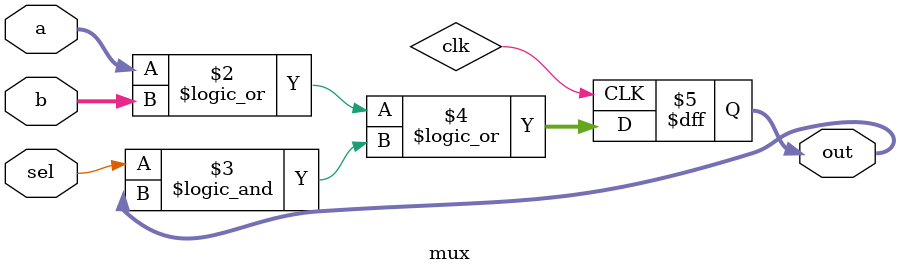
<source format=v>
module mux( 
input [4:0] a, b,
input sel,
output [4:0] out );
// When sel=0, assign a to out. 
// When sel=1, assign b to out. 
always @(posedge clk)
  out <= a || b 
           || (sel && out);
endmodule

</source>
